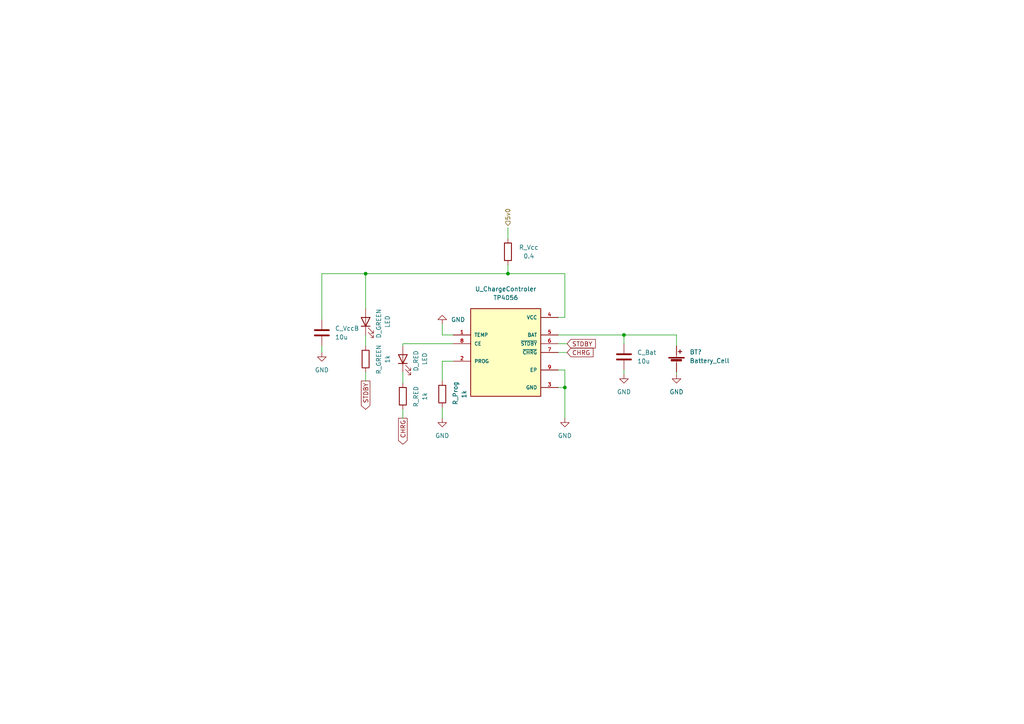
<source format=kicad_sch>
(kicad_sch (version 20211123) (generator eeschema)
  (paper "A4")
  (lib_symbols
    (symbol "Device:Battery_Cell" (pin_numbers hide) (pin_names (offset 0) hide)
      (property "Reference" "BT" (at 2.54 2.54 0))
      (property "Value" "Battery_Cell" (at 2.54 0 0))
      (symbol "Battery_Cell_0_1"
        (rectangle (start -2.286 1.778) (end 2.286 1.524) (fill (type outline)))
        (rectangle (start -1.5748 1.1938) (end 1.4732 0.6858) (fill (type outline)))
        (polyline (pts (xy 0 0.762) (xy 0 0)))
        (polyline (pts (xy 0 1.778) (xy 0 2.54)))
        (polyline (pts (xy 0.508 3.429) (xy 1.524 3.429)) (stroke (width 0.254)))
        (polyline (pts (xy 1.016 3.937) (xy 1.016 2.921)) (stroke (width 0.254)))
      )
      (symbol "Battery_Cell_1_1"
        (pin passive line (at 0 5.08 270) (length 2.54) (name "+") (number "1"))
        (pin passive line (at 0 -2.54 90) (length 2.54) (name "-") (number "2"))
      )
    )
    (symbol "Device:C" (pin_numbers hide) (pin_names (offset 0.254))
      (property "Reference" "C" (at 0.635 2.54 0))
      (property "Value" "C" (at 0.635 -2.54 0))
      (symbol "C_0_1"
        (polyline (pts (xy -2.032 -0.762) (xy 2.032 -0.762)) (stroke (width 0.508)))
        (polyline (pts (xy -2.032 0.762) (xy 2.032 0.762)) (stroke (width 0.508)))
      )
      (symbol "C_1_1"
        (pin passive line (at 0 3.81 270) (length 2.794) (name "~") (number "1"))
        (pin passive line (at 0 -3.81 90) (length 2.794) (name "~") (number "2"))
      )
    )
    (symbol "Device:LED" (pin_numbers hide) (pin_names (offset 1.016) hide)
      (property "Reference" "D" (at 0 2.54 0))
      (property "Value" "LED" (at 0 -2.54 0))
      (symbol "LED_0_1"
        (polyline (pts (xy -1.27 -1.27) (xy -1.27 1.27)) (stroke (width 0.254)))
        (polyline (pts (xy -1.27 0) (xy 1.27 0)))
        (polyline (pts (xy 1.27 -1.27) (xy 1.27 1.27) (xy -1.27 0) (xy 1.27 -1.27)) (stroke (width 0.254)))
        (polyline (pts (xy -3.048 -0.762) (xy -4.572 -2.286) (xy -3.81 -2.286) (xy -4.572 -2.286) (xy -4.572 -1.524)))
        (polyline (pts (xy -1.778 -0.762) (xy -3.302 -2.286) (xy -2.54 -2.286) (xy -3.302 -2.286) (xy -3.302 -1.524)))
      )
      (symbol "LED_1_1"
        (pin passive line (at -3.81 0 0) (length 2.54) (name "K") (number "1"))
        (pin passive line (at 3.81 0 180) (length 2.54) (name "A") (number "2"))
      )
    )
    (symbol "Device:R" (pin_numbers hide) (pin_names (offset 0))
      (property "Reference" "R" (at 2.032 0 90))
      (property "Value" "R" (at 0 0 90))
      (symbol "R_0_1"
        (rectangle (start -1.016 -2.54) (end 1.016 2.54) (stroke (width 0.254)))
      )
      (symbol "R_1_1"
        (pin passive line (at 0 3.81 270) (length 1.27) (name "~") (number "1"))
        (pin passive line (at 0 -3.81 90) (length 1.27) (name "~") (number "2"))
      )
    )
    (symbol "TP4056:TP4056" (pin_names (offset 1.016))
      (property "Reference" "U" (at -10.16 13.208 0))
      (property "Value" "TP4056" (at -10.16 -15.24 0))
      (symbol "TP4056_0_0"
        (rectangle (start -10.16 -12.7) (end 10.16 12.7) (stroke (width 0.254)) (fill (type background)))
        (pin input line (at -15.24 5.08 0) (length 5.08) (name "TEMP") (number "1"))
        (pin bidirectional line (at -15.24 -2.54 0) (length 5.08) (name "PROG") (number "2"))
        (pin power_in line (at 15.24 -10.16 180) (length 5.08) (name "GND") (number "3"))
        (pin power_in line (at 15.24 10.16 180) (length 5.08) (name "VCC") (number "4"))
        (pin output line (at 15.24 5.08 180) (length 5.08) (name "BAT") (number "5"))
        (pin output line (at 15.24 2.54 180) (length 5.08) (name "~{STDBY}") (number "6"))
        (pin output line (at 15.24 0 180) (length 5.08) (name "~{CHRG}") (number "7"))
        (pin input line (at -15.24 2.54 0) (length 5.08) (name "CE") (number "8"))
        (pin passive line (at 15.24 -5.08 180) (length 5.08) (name "EP") (number "9"))
      )
    )
    (symbol "power:GND" (power) (pin_names (offset 0))
      (property "Value" "GND" (at 0 -3.81 0))
      (symbol "GND_0_1"
        (polyline (pts (xy 0 0) (xy 0 -1.27) (xy 1.27 -1.27) (xy 0 -2.54) (xy -1.27 -1.27) (xy 0 -1.27)))
      )
      (symbol "GND_1_1"
        (pin power_in line (at 0 0 270) (length 0) hide (name "GND") (number "1"))
      )
    )
  )
  (junction (at 106.045 79.375))
  (junction (at 180.975 97.155))
  (junction (at 147.32 79.375))
  (junction (at 163.83 112.395))
  (wire (pts (xy 180.975 97.155) (xy 180.975 99.695)))
  (wire (pts (xy 93.345 79.375) (xy 93.345 92.71)))
  (wire (pts (xy 128.27 104.775) (xy 128.27 110.49)))
  (wire (pts (xy 93.345 100.33) (xy 93.345 102.235)))
  (wire (pts (xy 131.445 104.775) (xy 128.27 104.775)))
  (wire (pts (xy 180.975 97.155) (xy 196.215 97.155)))
  (wire (pts (xy 161.925 112.395) (xy 163.83 112.395)))
  (wire (pts (xy 147.32 76.835) (xy 147.32 79.375)))
  (wire (pts (xy 116.84 107.95) (xy 116.84 111.125)))
  (wire (pts (xy 106.045 79.375) (xy 93.345 79.375)))
  (wire (pts (xy 116.84 118.745) (xy 116.84 121.285)))
  (wire (pts (xy 128.27 118.11) (xy 128.27 121.285)))
  (wire (pts (xy 161.925 99.695) (xy 164.465 99.695)))
  (wire (pts (xy 180.975 107.315) (xy 180.975 108.585)))
  (wire (pts (xy 131.445 97.155) (xy 128.27 97.155)))
  (wire (pts (xy 196.215 97.155) (xy 196.215 100.33)))
  (wire (pts (xy 106.045 79.375) (xy 106.045 89.535)))
  (wire (pts (xy 163.83 79.375) (xy 163.83 92.075)))
  (wire (pts (xy 128.27 97.155) (xy 128.27 93.98)))
  (wire (pts (xy 131.445 99.695) (xy 116.84 99.695)))
  (wire (pts (xy 163.83 107.315) (xy 163.83 112.395)))
  (wire (pts (xy 116.84 99.695) (xy 116.84 100.33)))
  (wire (pts (xy 147.32 79.375) (xy 163.83 79.375)))
  (wire (pts (xy 147.32 79.375) (xy 106.045 79.375)))
  (wire (pts (xy 147.32 66.04) (xy 147.32 69.215)))
  (wire (pts (xy 161.925 107.315) (xy 163.83 107.315)))
  (wire (pts (xy 106.045 97.155) (xy 106.045 100.33)))
  (wire (pts (xy 161.925 97.155) (xy 180.975 97.155)))
  (wire (pts (xy 196.215 107.95) (xy 196.215 108.585)))
  (wire (pts (xy 163.83 112.395) (xy 163.83 121.285)))
  (wire (pts (xy 106.045 107.95) (xy 106.045 110.49)))
  (wire (pts (xy 161.925 102.235) (xy 164.465 102.235)))
  (wire (pts (xy 163.83 92.075) (xy 161.925 92.075)))
  (global_label "CHRG" (shape output) (at 116.84 121.285 270) (property "Intersheet References" "${INTERSHEET_REFS}" (effects hide)))
  (global_label "CHRG" (shape input) (at 164.465 102.235 0) (property "Intersheet References" "${INTERSHEET_REFS}" (effects hide)))
  (global_label "STDBY" (shape output) (at 106.045 110.49 270) (property "Intersheet References" "${INTERSHEET_REFS}" (effects hide)))
  (global_label "STDBY" (shape input) (at 164.465 99.695 0) (property "Intersheet References" "${INTERSHEET_REFS}" (effects hide)))
  (hierarchical_label "5v0" (shape input) (at 147.32 65.405 90))
  (symbol (lib_id "Device:R") (at 128.27 114.3 0) (unit 1)
    (property "Reference" "R_Prog" (at 132.08 117.475 90) (effects (justify left)))
    (property "Value" "1k" (at 134.62 115.57 90) (effects (justify left)))
  )
  (symbol (lib_id "power:GND") (at 128.27 121.285 0) (unit 1)
    (property "Reference" "#PWR?" (effects hide))
    (property "Value" "GND" (at 128.27 126.365 0))
  )
  (symbol (lib_id "power:GND") (at 93.345 102.235 0) (unit 1)
    (property "Reference" "#PWR?" (effects hide))
    (property "Value" "GND" (at 93.345 107.315 0))
  )
  (symbol (lib_id "Device:R") (at 116.84 114.935 0) (unit 1)
    (property "Reference" "R_RED" (at 120.65 118.11 90) (effects (justify left)))
    (property "Value" "1k" (at 123.19 116.205 90) (effects (justify left)))
  )
  (symbol (lib_id "power:GND") (at 163.83 121.285 0) (unit 1)
    (property "Reference" "#PWR?" (effects hide))
    (property "Value" "GND" (at 163.83 126.365 0))
  )
  (symbol (lib_id "power:GND") (at 128.27 93.98 180) (unit 1)
    (property "Reference" "#PWR?" (effects hide))
    (property "Value" "GND" (at 130.81 92.7099 0) (effects (justify right)))
  )
  (symbol (lib_id "Device:R") (at 147.32 73.025 0) (unit 1)
    (property "Reference" "R_Vcc" (at 150.495 71.755 0) (effects (justify left)))
    (property "Value" "0.4" (at 151.765 74.295 0) (effects (justify left)))
  )
  (symbol (lib_id "Device:LED") (at 116.84 104.14 90) (unit 1)
    (property "Reference" "D_RED" (at 120.65 101.6 0) (effects (justify right)))
    (property "Value" "LED" (at 123.19 102.235 0) (effects (justify right)))
  )
  (symbol (lib_id "Device:R") (at 106.045 104.14 0) (unit 1)
    (property "Reference" "R_GREEN" (at 109.855 108.585 90) (effects (justify left)))
    (property "Value" "1k" (at 112.395 105.41 90) (effects (justify left)))
  )
  (symbol (lib_id "power:GND") (at 180.975 108.585 0) (unit 1)
    (property "Reference" "#PWR?" (effects hide))
    (property "Value" "GND" (at 180.975 113.665 0))
  )
  (symbol (lib_id "TP4056:TP4056") (at 146.685 102.235 0) (unit 1)
    (property "Reference" "U_ChargeControler" (at 146.685 83.82 0))
    (property "Value" "TP4056" (at 146.685 86.36 0))
    (property "Footprint" "TP4056_Bcharge:SOP127P600X175-9N" (effects hide))
    (property "Datasheet" "https://www.sigmaelectronica.net/wp-content/uploads/2018/01/TP4056-lipo-charger.pdf" (effects hide))
    (property "STANDARD" "IPC 7351B" (effects hide))
    (property "MAXIMUM_PACKAGE_HEIGHT" "1.75mm" (effects hide))
    (property "MANUFACTURER" "NanJing Top Power ASIC Corp." (effects hide))
  )
  (symbol (lib_id "Device:LED") (at 106.045 93.345 90) (unit 1)
    (property "Reference" "D_GREEN" (at 109.855 89.535 0) (effects (justify right)))
    (property "Value" "LED" (at 112.395 91.44 0) (effects (justify right)))
  )
  (symbol (lib_id "power:GND") (at 196.215 108.585 0) (unit 1)
    (property "Reference" "#PWR?" (effects hide))
    (property "Value" "GND" (at 196.215 113.665 0))
  )
  (symbol (lib_id "Device:Battery_Cell") (at 196.215 105.41 0) (unit 1)
    (property "Reference" "BT?" (at 200.025 102.1079 0) (effects (justify left)))
    (property "Value" "Battery_Cell" (at 200.025 104.6479 0) (effects (justify left)))
  )
  (symbol (lib_id "Device:C") (at 180.975 103.505 0) (unit 1)
    (property "Reference" "C_Bat" (at 184.785 102.2349 0) (effects (justify left)))
    (property "Value" "10u" (at 184.785 104.7749 0) (effects (justify left)))
  )
  (symbol (lib_id "Device:C") (at 93.345 96.52 0) (unit 1)
    (property "Reference" "C_VccB" (at 97.155 95.2499 0) (effects (justify left)))
    (property "Value" "10u" (at 97.155 97.7899 0) (effects (justify left)))
  )
)
</source>
